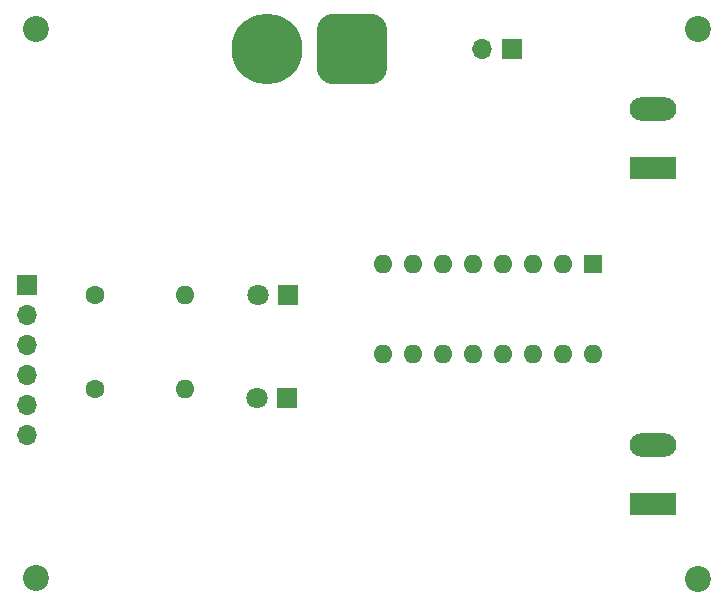
<source format=gbr>
%TF.GenerationSoftware,KiCad,Pcbnew,(6.0.4)*%
%TF.CreationDate,2022-08-23T18:09:03-07:00*%
%TF.ProjectId,RaspiCar_PCB1,52617370-6943-4617-925f-504342312e6b,rev?*%
%TF.SameCoordinates,Original*%
%TF.FileFunction,Soldermask,Top*%
%TF.FilePolarity,Negative*%
%FSLAX46Y46*%
G04 Gerber Fmt 4.6, Leading zero omitted, Abs format (unit mm)*
G04 Created by KiCad (PCBNEW (6.0.4)) date 2022-08-23 18:09:03*
%MOMM*%
%LPD*%
G01*
G04 APERTURE LIST*
G04 Aperture macros list*
%AMRoundRect*
0 Rectangle with rounded corners*
0 $1 Rounding radius*
0 $2 $3 $4 $5 $6 $7 $8 $9 X,Y pos of 4 corners*
0 Add a 4 corners polygon primitive as box body*
4,1,4,$2,$3,$4,$5,$6,$7,$8,$9,$2,$3,0*
0 Add four circle primitives for the rounded corners*
1,1,$1+$1,$2,$3*
1,1,$1+$1,$4,$5*
1,1,$1+$1,$6,$7*
1,1,$1+$1,$8,$9*
0 Add four rect primitives between the rounded corners*
20,1,$1+$1,$2,$3,$4,$5,0*
20,1,$1+$1,$4,$5,$6,$7,0*
20,1,$1+$1,$6,$7,$8,$9,0*
20,1,$1+$1,$8,$9,$2,$3,0*%
G04 Aperture macros list end*
%ADD10RoundRect,1.500000X1.500000X1.500000X-1.500000X1.500000X-1.500000X-1.500000X1.500000X-1.500000X0*%
%ADD11C,6.000000*%
%ADD12R,1.800000X1.800000*%
%ADD13C,1.800000*%
%ADD14C,2.200000*%
%ADD15C,1.600000*%
%ADD16O,1.600000X1.600000*%
%ADD17O,1.700000X1.700000*%
%ADD18R,1.700000X1.700000*%
%ADD19R,3.960000X1.980000*%
%ADD20O,3.960000X1.980000*%
%ADD21R,1.600000X1.600000*%
G04 APERTURE END LIST*
D10*
%TO.C,PWR_GND*%
X175750000Y-78250000D03*
D11*
X168550000Y-78250000D03*
%TD*%
D12*
%TO.C,LED1*%
X170275000Y-99000000D03*
D13*
X167735000Y-99000000D03*
%TD*%
D14*
%TO.C,H3*%
X205000000Y-123050000D03*
%TD*%
D15*
%TO.C,R1*%
X153940000Y-99000000D03*
D16*
X161560000Y-99000000D03*
%TD*%
D17*
%TO.C,Raspi_Logic*%
X148250000Y-110910000D03*
X148250000Y-108370000D03*
X148250000Y-105830000D03*
X148250000Y-103290000D03*
X148250000Y-100750000D03*
D18*
X148250000Y-98210000D03*
%TD*%
D19*
%TO.C,Motor_1*%
X201250000Y-88265000D03*
D20*
X201250000Y-83265000D03*
%TD*%
D14*
%TO.C,H1*%
X149000000Y-76500000D03*
%TD*%
D15*
%TO.C,R2*%
X153940000Y-107000000D03*
D16*
X161560000Y-107000000D03*
%TD*%
D14*
%TO.C,H4*%
X149000000Y-123000000D03*
%TD*%
D19*
%TO.C,Motor_2*%
X201250000Y-116750000D03*
D20*
X201250000Y-111750000D03*
%TD*%
D14*
%TO.C,H2*%
X205000000Y-76500000D03*
%TD*%
D12*
%TO.C,LED2*%
X170250000Y-107750000D03*
D13*
X167710000Y-107750000D03*
%TD*%
D21*
%TO.C,L293D*%
X196125000Y-96450000D03*
D16*
X193585000Y-96450000D03*
X191045000Y-96450000D03*
X188505000Y-96450000D03*
X185965000Y-96450000D03*
X183425000Y-96450000D03*
X180885000Y-96450000D03*
X178345000Y-96450000D03*
X178345000Y-104070000D03*
X180885000Y-104070000D03*
X183425000Y-104070000D03*
X185965000Y-104070000D03*
X188505000Y-104070000D03*
X191045000Y-104070000D03*
X193585000Y-104070000D03*
X196125000Y-104070000D03*
%TD*%
D18*
%TO.C,Raspi_PWR*%
X189275000Y-78250000D03*
D17*
X186735000Y-78250000D03*
%TD*%
M02*

</source>
